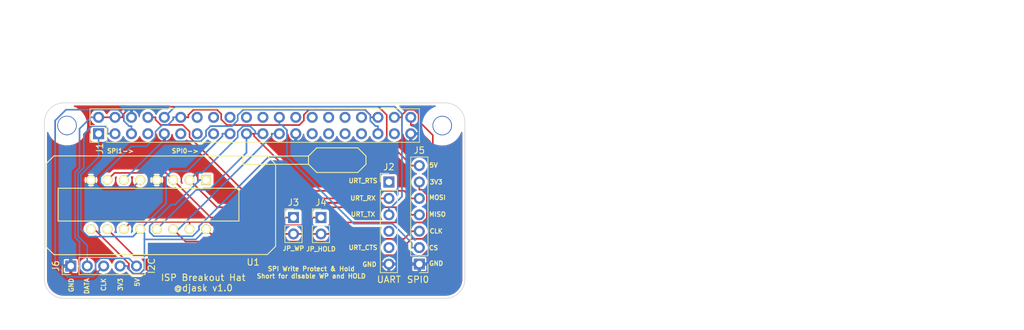
<source format=kicad_pcb>
(kicad_pcb (version 20211014) (generator pcbnew)
  (layers (0 "F.Cu" signal) (31 "B.Cu" signal) (34 "B.Paste" user) (35 "F.Paste" user) (36 "B.SilkS" user "B.Silkscreen") (37 "F.SilkS" user "F.Silkscreen") (38 "B.Mask" user) (39 "F.Mask" user) (44 "Edge.Cuts" user))
  (net 0 "")
  (net 1 "GND")
  (net 2 "+3V3")
  (net 3 "+5V")
  (net 19 "UART_RX")
  (net 20 "UART_TX")
  (net 21 "UART_RTS")
  (net 22 "UART_5V")
  (net 23 "UART_CTS")
  (net 24 "SPI_WP")
  (net 25 "SPI_HOLD")
  (net 26 "SPI1_CLK")
  (net 27 "SPI1_MOSI")
  (net 28 "SPI1_CS")
  (net 29 "SPI1_MISO")
  (net 30 "SPI0_CS")
  (net 31 "SPI0_CLK")
  (net 32 "SPI0_MISO")
  (net 33 "SPI0_MOSI")
  (net 34 "I2C_CLK")
  (net 35 "I2C_DATA")
  (footprint "Connector_PinHeader_2.54mm:PinHeader_2x20_P2.54mm_Vertical" (layer "F.Cu") (at 108.6236 64.5224 90)
    (fp_text reference "J1" (at -2.2776 0.1764 90) (layer "F.SilkS"))
    (fp_text value "GPIO")
    (fp_line (start 3.87 -1.33) (end 3.87 49.59) (layer "F.SilkS") (width 0.12))
    (fp_line (start -1.33 1.27) (end -1.33 49.59) (layer "F.SilkS") (width 0.12))
    (fp_line (start -1.33 1.27) (end 1.27 1.27) (layer "F.SilkS") (width 0.12))
    (fp_line (start 1.27 1.27) (end 1.27 -1.33) (layer "F.SilkS") (width 0.12))
    (fp_line (start -1.33 0) (end -1.33 -1.33) (layer "F.SilkS") (width 0.12))
    (fp_line (start -1.33 -1.33) (end 0 -1.33) (layer "F.SilkS") (width 0.12))
    (fp_line (start 1.27 -1.33) (end 3.87 -1.33) (layer "F.SilkS") (width 0.12))
    (fp_line (start -1.33 49.59) (end 3.87 49.59) (layer "F.SilkS") (width 0.12))
    (pad "1" thru_hole rect (at 0 0 90) (size 1.7 1.7) (drill 1) (layers *.Cu *.Mask) (net 2 "+3V3"))
    (pad "2" thru_hole oval (at 2.54 0 90) (size 1.7 1.7) (drill 1) (layers *.Cu *.Mask) (net 3 "+5V"))
    (pad "3" thru_hole oval (at 0 2.54 90) (size 1.7 1.7) (drill 1) (layers *.Cu *.Mask) (net 35 "I2C_DATA"))
    (pad "4" thru_hole oval (at 2.54 2.54 90) (size 1.7 1.7) (drill 1) (layers *.Cu *.Mask) (net 3 "+5V"))
    (pad "5" thru_hole oval (at 0 5.08 90) (size 1.7 1.7) (drill 1) (layers *.Cu *.Mask) (net 34 "I2C_CLK"))
    (pad "6" thru_hole oval (at 2.54 5.08 90) (size 1.7 1.7) (drill 1) (layers *.Cu *.Mask) (net 1 "GND"))
    (pad "7" thru_hole oval (at 0 7.62 90) (size 1.7 1.7) (drill 1) (layers *.Cu *.Mask))
    (pad "8" thru_hole oval (at 2.54 7.62 90) (size 1.7 1.7) (drill 1) (layers *.Cu *.Mask) (net 19 "UART_RX"))
    (pad "9" thru_hole oval (at 0 10.16 90) (size 1.7 1.7) (drill 1) (layers *.Cu *.Mask) (net 1 "GND"))
    (pad "10" thru_hole oval (at 2.54 10.16 90) (size 1.7 1.7) (drill 1) (layers *.Cu *.Mask) (net 20 "UART_TX"))
    (pad "11" thru_hole oval (at 0 12.7 90) (size 1.7 1.7) (drill 1) (layers *.Cu *.Mask))
    (pad "12" thru_hole oval (at 2.54 12.7 90) (size 1.7 1.7) (drill 1) (layers *.Cu *.Mask) (net 28 "SPI1_CS"))
    (pad "13" thru_hole oval (at 0 15.24 90) (size 1.7 1.7) (drill 1) (layers *.Cu *.Mask))
    (pad "14" thru_hole oval (at 2.54 15.24 90) (size 1.7 1.7) (drill 1) (layers *.Cu *.Mask) (net 1 "GND"))
    (pad "15" thru_hole oval (at 0 17.78 90) (size 1.7 1.7) (drill 1) (layers *.Cu *.Mask))
    (pad "16" thru_hole oval (at 2.54 17.78 90) (size 1.7 1.7) (drill 1) (layers *.Cu *.Mask))
    (pad "17" thru_hole oval (at 0 20.32 90) (size 1.7 1.7) (drill 1) (layers *.Cu *.Mask) (net 2 "+3V3"))
    (pad "18" thru_hole oval (at 2.54 20.32 90) (size 1.7 1.7) (drill 1) (layers *.Cu *.Mask))
    (pad "19" thru_hole oval (at 0 22.86 90) (size 1.7 1.7) (drill 1) (layers *.Cu *.Mask) (net 33 "SPI0_MOSI"))
    (pad "20" thru_hole oval (at 2.54 22.86 90) (size 1.7 1.7) (drill 1) (layers *.Cu *.Mask) (net 1 "GND"))
    (pad "21" thru_hole oval (at 0 25.4 90) (size 1.7 1.7) (drill 1) (layers *.Cu *.Mask) (net 32 "SPI0_MISO"))
    (pad "22" thru_hole oval (at 2.54 25.4 90) (size 1.7 1.7) (drill 1) (layers *.Cu *.Mask))
    (pad "23" thru_hole oval (at 0 27.94 90) (size 1.7 1.7) (drill 1) (layers *.Cu *.Mask) (net 31 "SPI0_CLK"))
    (pad "24" thru_hole oval (at 2.54 27.94 90) (size 1.7 1.7) (drill 1) (layers *.Cu *.Mask) (net 30 "SPI0_CS"))
    (pad "25" thru_hole oval (at 0 30.48 90) (size 1.7 1.7) (drill 1) (layers *.Cu *.Mask) (net 1 "GND"))
    (pad "26" thru_hole oval (at 2.54 30.48 90) (size 1.7 1.7) (drill 1) (layers *.Cu *.Mask))
    (pad "27" thru_hole oval (at 0 33.02 90) (size 1.7 1.7) (drill 1) (layers *.Cu *.Mask))
    (pad "28" thru_hole oval (at 2.54 33.02 90) (size 1.7 1.7) (drill 1) (layers *.Cu *.Mask))
    (pad "29" thru_hole oval (at 0 35.56 90) (size 1.7 1.7) (drill 1) (layers *.Cu *.Mask))
    (pad "30" thru_hole oval (at 2.54 35.56 90) (size 1.7 1.7) (drill 1) (layers *.Cu *.Mask) (net 1 "GND"))
    (pad "31" thru_hole oval (at 0 38.1 90) (size 1.7 1.7) (drill 1) (layers *.Cu *.Mask))
    (pad "32" thru_hole oval (at 2.54 38.1 90) (size 1.7 1.7) (drill 1) (layers *.Cu *.Mask))
    (pad "33" thru_hole oval (at 0 40.64 90) (size 1.7 1.7) (drill 1) (layers *.Cu *.Mask))
    (pad "34" thru_hole oval (at 2.54 40.64 90) (size 1.7 1.7) (drill 1) (layers *.Cu *.Mask) (net 1 "GND"))
    (pad "35" thru_hole oval (at 0 43.18 90) (size 1.7 1.7) (drill 1) (layers *.Cu *.Mask) (net 29 "SPI1_MISO"))
    (pad "36" thru_hole oval (at 2.54 43.18 90) (size 1.7 1.7) (drill 1) (layers *.Cu *.Mask) (net 28 "SPI1_CS"))
    (pad "37" thru_hole oval (at 0 45.72 90) (size 1.7 1.7) (drill 1) (layers *.Cu *.Mask))
    (pad "38" thru_hole oval (at 2.54 45.72 90) (size 1.7 1.7) (drill 1) (layers *.Cu *.Mask) (net 27 "SPI1_MOSI"))
    (pad "39" thru_hole oval (at 0 48.26 90) (size 1.7 1.7) (drill 1) (layers *.Cu *.Mask) (net 1 "GND"))
    (pad "40" thru_hole oval (at 2.54 48.26 90) (size 1.7 1.7) (drill 1) (layers *.Cu *.Mask) (net 26 "SPI1_CLK"))
  )
  (footprint "kicad_zif socket:216-3340" (layer "F.Cu") (at 113.8 75.5 180)
    (fp_text reference "U1" (at -18.7198 -8.9154) (layer "F.SilkS"))
    (fp_text value "216-3340")
    (fp_line (start -17.11 6.25) (end -17.11 7.52) (layer "F.SilkS") (width 0.15))
    (fp_line (start -27.27 6.25) (end -28.54 4.98) (layer "F.SilkS") (width 0.15))
    (fp_line (start 12.065 7.5438) (end -20.92 7.52) (layer "F.SilkS") (width 0.15))
    (fp_line (start -36.16 7.52) (end -34.89 8.79) (layer "F.SilkS") (width 0.15))
    (fp_line (start 13.37 6.25) (end 12.1 7.52) (layer "F.SilkS") (width 0.15))
    (fp_line (start -22.19 6.25) (end -22.19 -6.45) (layer "F.SilkS") (width 0.15))
    (fp_line (start -28.54 4.98) (end -34.89 4.98) (layer "F.SilkS") (width 0.15))
    (fp_line (start -16.51 2.54) (end 11.43 2.54) (layer "F.SilkS") (width 0.15))
    (fp_line (start -36.16 6.25) (end -36.16 7.52) (layer "F.SilkS") (width 0.15))
    (fp_line (start 11.43 -2.54) (end -16.51 -2.54) (layer "F.SilkS") (width 0.15))
    (fp_line (start -27.27 7.52) (end -20.92 7.52) (layer "F.SilkS") (width 0.15))
    (fp_line (start 12.1 -7.72) (end 13.37 -6.45) (layer "F.SilkS") (width 0.15))
    (fp_line (start -22.19 -6.45) (end -20.92 -7.72) (layer "F.SilkS") (width 0.15))
    (fp_line (start -27.27 6.25) (end -17.11 6.25) (layer "F.SilkS") (width 0.15))
    (fp_line (start 13.37 -6.45) (end 13.37 6.25) (layer "F.SilkS") (width 0.15))
    (fp_line (start -20.92 7.52) (end -22.19 6.25) (layer "F.SilkS") (width 0.15))
    (fp_line (start -34.89 4.98) (end -36.16 6.25) (layer "F.SilkS") (width 0.15))
    (fp_line (start -20.92 -7.72) (end 12.065 -7.747) (layer "F.SilkS") (width 0.15))
    (fp_line (start -16.51 -2.54) (end -16.51 2.54) (layer "F.SilkS") (width 0.15))
    (fp_line (start -34.89 8.79) (end -28.54 8.79) (layer "F.SilkS") (width 0.15))
    (fp_line (start 11.43 2.54) (end 11.43 -2.54) (layer "F.SilkS") (width 0.15))
    (fp_line (start -28.54 8.79) (end -27.27 7.52) (layer "F.SilkS") (width 0.15))
    (fp_line (start -27.27 7.52) (end -27.27 6.25) (layer "F.SilkS") (width 0.15))
    (pad "1" thru_hole rect locked (at -11.43 3.81 180) (size 1.524 1.524) (drill 1.016) (layers *.Cu *.Mask "F.SilkS") (net 30 "SPI0_CS"))
    (pad "2" thru_hole circle locked (at -8.89 3.81 180) (size 1.524 1.524) (drill 1.016) (layers *.Cu *.Mask "F.SilkS") (net 32 "SPI0_MISO"))
    (pad "3" thru_hole circle locked (at -6.35 3.81 180) (size 1.524 1.524) (drill 1.016) (layers *.Cu *.Mask "F.SilkS") (net 24 "SPI_WP"))
    (pad "4" thru_hole circle locked (at -3.81 3.81 180) (size 1.524 1.524) (drill 1.016) (layers *.Cu *.Mask "F.SilkS") (net 1 "GND"))
    (pad "5" thru_hole circle locked (at -1.27 3.81 180) (size 1.524 1.524) (drill 1.016) (layers *.Cu *.Mask "F.SilkS") (net 28 "SPI1_CS"))
    (pad "6" thru_hole circle locked (at 1.27 3.81 180) (size 1.524 1.524) (drill 1.016) (layers *.Cu *.Mask "F.SilkS") (net 29 "SPI1_MISO"))
    (pad "7" thru_hole circle locked (at 3.81 3.81 180) (size 1.524 1.524) (drill 1.016) (layers *.Cu *.Mask "F.SilkS") (net 24 "SPI_WP"))
    (pad "8" thru_hole circle locked (at 6.35 3.81 180) (size 1.524 1.524) (drill 1.016) (layers *.Cu *.Mask "F.SilkS") (net 1 "GND"))
    (pad "9" thru_hole circle locked (at 6.35 -3.81 180) (size 1.524 1.524) (drill 1.016) (layers *.Cu *.Mask "F.SilkS") (net 27 "SPI1_MOSI"))
    (pad "10" thru_hole circle locked (at 3.81 -3.81 180) (size 1.524 1.524) (drill 1.016) (layers *.Cu *.Mask "F.SilkS") (net 26 "SPI1_CLK"))
    (pad "11" thru_hole circle locked (at 1.27 -3.81 180) (size 1.524 1.524) (drill 1.016) (layers *.Cu *.Mask "F.SilkS") (net 25 "SPI_HOLD"))
    (pad "12" thru_hole circle locked (at -1.27 -3.81 180) (size 1.524 1.524) (drill 1.016) (layers *.Cu *.Mask "F.SilkS") (net 2 "+3V3"))
    (pad "13" thru_hole circle locked (at -3.81 -3.81 180) (size 1.524 1.524) (drill 1.016) (layers *.Cu *.Mask "F.SilkS") (net 33 "SPI0_MOSI"))
    (pad "14" thru_hole circle locked (at -6.35 -3.81 180) (size 1.524 1.524) (drill 1.016) (layers *.Cu *.Mask "F.SilkS") (net 31 "SPI0_CLK"))
    (pad "15" thru_hole circle locked (at -8.89 -3.81 180) (size 1.524 1.524) (drill 1.016) (layers *.Cu *.Mask "F.SilkS") (net 25 "SPI_HOLD"))
    (pad "16" thru_hole circle locked (at -11.43 -3.81 180) (size 1.524 1.524) (drill 1.016) (layers *.Cu *.Mask "F.SilkS") (net 2 "+3V3"))
  )
  (footprint "Connector_PinHeader_2.54mm:PinHeader_1x05_P2.54mm_Vertical" (layer "F.Cu") (at 104.325 85 90)
    (fp_text reference "J6" (at 0 -2.33 90) (layer "F.SilkS"))
    (fp_text value "I2C" (at 0 12.49 90) (layer "F.SilkS"))
    (fp_line (start -1.33 0) (end -1.33 -1.33) (layer "F.SilkS") (width 0.12))
    (fp_line (start -1.33 11.49) (end 1.33 11.49) (layer "F.SilkS") (width 0.12))
    (fp_line (start -1.33 -1.33) (end 0 -1.33) (layer "F.SilkS") (width 0.12))
    (fp_line (start 1.33 1.27) (end 1.33 11.49) (layer "F.SilkS") (width 0.12))
    (fp_line (start -1.33 1.27) (end -1.33 11.49) (layer "F.SilkS") (width 0.12))
    (fp_line (start -1.33 1.27) (end 1.33 1.27) (layer "F.SilkS") (width 0.12))
    (pad "1" thru_hole rect (at 0 0 90) (size 1.7 1.7) (drill 1) (layers *.Cu *.Mask) (net 1 "GND"))
    (pad "2" thru_hole oval (at 0 2.54 90) (size 1.7 1.7) (drill 1) (layers *.Cu *.Mask) (net 35 "I2C_DATA"))
    (pad "3" thru_hole oval (at 0 5.08 90) (size 1.7 1.7) (drill 1) (layers *.Cu *.Mask) (net 34 "I2C_CLK"))
    (pad "4" thru_hole oval (at 0 7.62 90) (size 1.7 1.7) (drill 1) (layers *.Cu *.Mask) (net 2 "+3V3"))
    (pad "5" thru_hole oval (at 0 10.16 90) (size 1.7 1.7) (drill 1) (layers *.Cu *.Mask) (net 3 "+5V"))
  )
  (footprint "project_footprints:NPTH_3mm_ID" (layer "F.Cu") (at 103.7436 63.2424)
    (fp_text reference "H1")
    (fp_text value "3mm_Mounting_Hole" hide)
    (pad "" np_thru_hole circle locked (at 0 0) (size 3 3) (drill 2.75) (layers *.Cu *.Mask) (clearance 1.6))
  )
  (footprint "Connector_PinHeader_2.54mm:PinHeader_1x07_P2.54mm_Vertical" (layer "F.Cu") (at 158.2 84.7 180)
    (fp_text reference "J5" (at 0 17.6) (layer "F.SilkS"))
    (fp_text value "SPI0" (at 0.2 -2.4) (layer "F.SilkS"))
    (fp_line (start -1.33 1.27) (end -1.33 16.57) (layer "F.SilkS") (width 0.12))
    (fp_line (start -1.33 -1.33) (end 0 -1.33) (layer "F.SilkS") (width 0.12))
    (fp_line (start -1.33 16.57) (end 1.33 16.57) (layer "F.SilkS") (width 0.12))
    (fp_line (start 1.33 1.27) (end 1.33 16.57) (layer "F.SilkS") (width 0.12))
    (fp_line (start -1.33 0) (end -1.33 -1.33) (layer "F.SilkS") (width 0.12))
    (fp_line (start -1.33 1.27) (end 1.33 1.27) (layer "F.SilkS") (width 0.12))
    (pad "1" thru_hole rect (at 0 0 180) (size 1.7 1.7) (drill 1) (layers *.Cu *.Mask) (net 1 "GND"))
    (pad "2" thru_hole oval (at 0 2.54 180) (size 1.7 1.7) (drill 1) (layers *.Cu *.Mask) (net 30 "SPI0_CS"))
    (pad "3" thru_hole oval (at 0 5.08 180) (size 1.7 1.7) (drill 1) (layers *.Cu *.Mask) (net 31 "SPI0_CLK"))
    (pad "4" thru_hole oval (at 0 7.62 180) (size 1.7 1.7) (drill 1) (layers *.Cu *.Mask) (net 32 "SPI0_MISO"))
    (pad "5" thru_hole oval (at 0 10.16 180) (size 1.7 1.7) (drill 1) (layers *.Cu *.Mask) (net 33 "SPI0_MOSI"))
    (pad "6" thru_hole oval (at 0 12.7 180) (size 1.7 1.7) (drill 1) (layers *.Cu *.Mask) (net 2 "+3V3"))
    (pad "7" thru_hole oval (at 0 15.24 180) (size 1.7 1.7) (drill 1) (layers *.Cu *.Mask) (net 3 "+5V"))
  )
  (footprint "Connector_PinHeader_2.54mm:PinHeader_1x02_P2.54mm_Vertical" (layer "F.Cu") (at 143 77.5)
    (fp_text reference "J4" (at 0 -2.33) (layer "F.SilkS"))
    (fp_text value "JP_HOLD" (at 0 4.87) (layer "F.SilkS") (effects (font (size 0.7 0.7))))
    (fp_line (start -1.33 0) (end -1.33 -1.33) (layer "F.SilkS") (width 0.12))
    (fp_line (start -1.33 1.27) (end 1.33 1.27) (layer "F.SilkS") (width 0.12))
    (fp_line (start 1.33 1.27) (end 1.33 3.87) (layer "F.SilkS") (width 0.12))
    (fp_line (start -1.33 3.87) (end 1.33 3.87) (layer "F.SilkS") (width 0.12))
    (fp_line (start -1.33 -1.33) (end 0 -1.33) (layer "F.SilkS") (width 0.12))
    (fp_line (start -1.33 1.27) (end -1.33 3.87) (layer "F.SilkS") (width 0.12))
    (pad "1" thru_hole rect (at 0 0) (size 1.7 1.7) (drill 1) (layers *.Cu *.Mask) (net 25 "SPI_HOLD"))
    (pad "2" thru_hole oval (at 0 2.54) (size 1.7 1.7) (drill 1) (layers *.Cu *.Mask) (net 2 "+3V3"))
  )
  (footprint "Connector_PinHeader_2.54mm:PinHeader_1x02_P2.54mm_Vertical" (layer "F.Cu") (at 138.75 77.5)
    (fp_text reference "J3" (at 0 -2.33) (layer "F.SilkS"))
    (fp_text value "JP_WP" (at 0 4.775) (layer "F.SilkS") (effects (font (size 0.7 0.7))))
    (fp_line (start -1.33 -1.33) (end 0 -1.33) (layer "F.SilkS") (width 0.12))
    (fp_line (start -1.33 1.27) (end -1.33 3.87) (layer "F.SilkS") (width 0.12))
    (fp_line (start 1.33 1.27) (end 1.33 3.87) (layer "F.SilkS") (width 0.12))
    (fp_line (start -1.33 1.27) (end 1.33 1.27) (layer "F.SilkS") (width 0.12))
    (fp_line (start -1.33 3.87) (end 1.33 3.87) (layer "F.SilkS") (width 0.12))
    (fp_line (start -1.33 0) (end -1.33 -1.33) (layer "F.SilkS") (width 0.12))
    (pad "1" thru_hole rect (at 0 0) (size 1.7 1.7) (drill 1) (layers *.Cu *.Mask) (net 24 "SPI_WP"))
    (pad "2" thru_hole oval (at 0 2.54) (size 1.7 1.7) (drill 1) (layers *.Cu *.Mask) (net 2 "+3V3"))
  )
  (footprint "project_footprints:NPTH_3mm_ID" (layer "F.Cu") (at 161.7436 63.2624)
    (fp_text reference "H2")
    (fp_text value "3mm_Mounting_Hole" hide)
    (pad "" np_thru_hole circle locked (at 0 0) (size 3 3) (drill 2.75) (layers *.Cu *.Mask) (clearance 1.6))
  )
  (footprint "Connector_PinHeader_2.54mm:PinHeader_1x06_P2.54mm_Vertical" (layer "F.Cu") (at 153.5 72)
    (fp_text reference "J2" (at 0 -2.33) (layer "F.SilkS"))
    (fp_text value "UART" (at 0 15.1) (layer "F.SilkS"))
    (fp_line (start -1.33 0) (end -1.33 -1.33) (layer "F.SilkS") (width 0.12))
    (fp_line (start -1.33 1.27) (end -1.33 14.03) (layer "F.SilkS") (width 0.12))
    (fp_line (start 1.33 1.27) (end 1.33 14.03) (layer "F.SilkS") (width 0.12))
    (fp_line (start -1.33 14.03) (end 1.33 14.03) (layer "F.SilkS") (width 0.12))
    (fp_line (start -1.33 -1.33) (end 0 -1.33) (layer "F.SilkS") (width 0.12))
    (fp_line (start -1.33 1.27) (end 1.33 1.27) (layer "F.SilkS") (width 0.12))
    (pad "1" thru_hole rect (at 0 0) (size 1.7 1.7) (drill 1) (layers *.Cu *.Mask) (net 21 "UART_RTS"))
    (pad "2" thru_hole oval (at 0 2.54) (size 1.7 1.7) (drill 1) (layers *.Cu *.Mask) (net 19 "UART_RX"))
    (pad "3" thru_hole oval (at 0 5.08) (size 1.7 1.7) (drill 1) (layers *.Cu *.Mask) (net 20 "UART_TX"))
    (pad "4" thru_hole oval (at 0 7.62) (size 1.7 1.7) (drill 1) (layers *.Cu *.Mask) (net 22 "UART_5V"))
    (pad "5" thru_hole oval (at 0 10.16) (size 1.7 1.7) (drill 1) (layers *.Cu *.Mask) (net 23 "UART_CTS"))
    (pad "6" thru_hole oval (at 0 12.7) (size 1.7 1.7) (drill 1) (layers *.Cu *.Mask) (net 1 "GND"))
  )
  (gr_arc (start 165.249995 87) (mid 164.370551 89.120553) (end 162.25 90) (layer "Edge.Cuts") (width 0.1))
  (gr_line (start 100.25 62.75) (end 100.25 87) (layer "Edge.Cuts") (width 0.1))
  (gr_arc (start 162.25 59.75) (mid 164.37132 60.62868) (end 165.25 62.75) (layer "Edge.Cuts") (width 0.1))
  (gr_line (start 162.25 59.75) (end 103.25 59.75) (layer "Edge.Cuts") (width 0.1))
  (gr_line (start 165.25 87) (end 165.25 62.75) (layer "Edge.Cuts") (width 0.1))
  (gr_line (start 103.25 90) (end 162.25 90) (layer "Edge.Cuts") (width 0.1))
  (gr_arc (start 100.25 62.75) (mid 101.12868 60.62868) (end 103.25 59.75) (layer "Edge.Cuts") (width 0.1))
  (gr_arc (start 103.25 90) (mid 101.12868 89.12132) (end 100.25 87) (layer "Edge.Cuts") (width 0.1))
  (gr_text "SPI Write Protect & Hold\nShort for disable WP and HOLD" (at 141.5 86) (layer "F.SilkS") (effects (font (size 0.7 0.7))))
  (gr_text "ISP Breakout Hat\n@djask v1.0" (at 124.8 87.6) (layer "F.SilkS") (effects (font (size 1 1))))
  (gr_text "MOSI" (at 161 74.4) (layer "F.SilkS") (effects (font (size 0.7 0.7))))
  (gr_text "CLK" (at 109.4 86.8 90) (layer "F.SilkS") (effects (font (size 0.7 0.7)) (justify right)))
  (gr_text "3V3" (at 160.8 72) (layer "F.SilkS") (effects (font (size 0.7 0.7))))
  (gr_text "SPI0->" (at 122 67.2) (layer "F.SilkS") (effects (font (size 0.7 0.7))))
  (gr_text "GND" (at 150.5 84.75) (layer "F.SilkS") (effects (font (size 0.7 0.7))))
  (gr_text "URT_CTS" (at 149.5 82.15) (layer "F.SilkS") (effects (font (size 0.7 0.7))))
  (gr_text "5V" (at 160.4 69.4) (layer "F.SilkS") (effects (font (size 0.7 0.7))))
  (gr_text "URT_RTS" (at 149.5 71.81) (layer "F.SilkS") (effects (font (size 0.7 0.7))))
  (gr_text "CS" (at 160.4 82.2) (layer "F.SilkS") (effects (font (size 0.7 0.7))))
  (gr_text "3V3" (at 112 86.8 90) (layer "F.SilkS") (effects (font (size 0.7 0.7)) (justify right)))
  (gr_text "CLK" (at 160.8 79.6) (layer "F.SilkS") (effects (font (size 0.7 0.7))))
  (gr_text "MISO\n" (at 161 77) (layer "F.SilkS") (effects (font (size 0.7 0.7))))
  (gr_text "URT_RX" (at 149.5 74.5) (layer "F.SilkS") (effects (font (size 0.7 0.7))))
  (gr_text "SPI1->" (at 112 67.2) (layer "F.SilkS") (effects (font (size 0.7 0.7))))
  (gr_text "GND\n" (at 160.8 84.6) (layer "F.SilkS") (effects (font (size 0.7 0.7))))
  (gr_text "5V" (at 114.6 86.8 90) (layer "F.SilkS") (effects (font (size 0.7 0.7)) (justify right)))
  (gr_text "URT_TX" (at 149.5 77) (layer "F.SilkS") (effects (font (size 0.7 0.7))))
  (gr_text "DATA" (at 106.8 86.8 90) (layer "F.SilkS") (effects (font (size 0.7 0.7)) (justify right)))
  (gr_text "GND" (at 104.4 86.8 90) (layer "F.SilkS") (effects (font (size 0.7 0.7)) (justify right)))
  (segment (start 158.2 72) (end 158.2 73.1753) (width 0.25) (layer "F.Cu") (net 2))
  (segment (start 144.1753 80.04) (end 145.9599 78.2554) (width 0.25) (layer "F.Cu") (net 2))
  (segment (start 125.96 80.04) (end 125.23 79.31) (width 0.25) (layer "F.Cu") (net 2))
  (segment (start 138.75 80.04) (end 125.96 80.04) (width 0.25) (layer "F.Cu") (net 2))
  (segment (start 145.9599 78.2554) (end 158.7052 78.2554) (width 0.25) (layer "F.Cu") (net 2))
  (segment (start 143 80.04) (end 144.1753 80.04) (width 0.25) (layer "F.Cu") (net 2))
  (segment (start 138.75 80.04) (end 143 80.04) (width 0.25) (layer "F.Cu") (net 2))
  (segment (start 159.3753 77.5853) (end 159.3753 73.9832) (width 0.25) (layer "F.Cu") (net 2))
  (segment (start 158.7052 78.2554) (end 159.3753 77.5853) (width 0.25) (layer "F.Cu") (net 2))
  (segment (start 159.3753 73.9832) (end 158.5674 73.1753) (width 0.25) (layer "F.Cu") (net 2))
  (segment (start 158.5674 73.1753) (end 158.2 73.1753) (width 0.25) (layer "F.Cu") (net 2))
  (segment (start 113.1203 85.3673) (end 113.9284 86.1754) (width 0.25) (layer "B.Cu") (net 2))
  (segment (start 128.9436 64.5224) (end 127.7683 64.5224) (width 0.25) (layer "B.Cu") (net 2))
  (segment (start 115.0277 86.1754) (end 115.7092 85.4939) (width 0.25) (layer "B.Cu") (net 2))
  (segment (start 127.7683 64.8897) (end 122.3447 70.3133) (width 0.25) (layer "B.Cu") (net 2))
  (segment (start 115.7092 80.8844) (end 115.7092 79.9492) (width 0.25) (layer "B.Cu") (net 2))
  (segment (start 122.3447 70.3133) (end 119.9294 70.3133) (width 0.25) (layer "B.Cu") (net 2))
  (segment (start 113.9284 86.1754) (end 115.0277 86.1754) (width 0.25) (layer "B.Cu") (net 2))
  (segment (start 108.6236 64.5224) (end 108.6236 68.1412) (width 0.25) (layer "B.Cu") (net 2))
  (segment (start 115.7092 79.9492) (end 115.07 79.31) (width 0.25) (layer "B.Cu") (net 2))
  (segment (start 115.7092 80.8844) (end 123.6556 80.8844) (width 0.25) (layer "B.Cu") (net 2))
  (segment (start 108.6236 68.1412) (end 105.8984 70.8664) (width 0.25) (layer "B.Cu") (net 2))
  (segment (start 111.945 85) (end 113.1203 85) (width 0.25) (layer "B.Cu") (net 2))
  (segment (start 119.0626 71.1801) (end 119.0626 75.3174) (width 0.25) (layer "B.Cu") (net 2))
  (segment (start 113.1203 85) (end 113.1203 85.3673) (width 0.25) (layer "B.Cu") (net 2))
  (segment (start 105.8984 70.8664) (end 105.8984 79.345) (width 0.25) (layer "B.Cu") (net 2))
  (segment (start 127.7683 64.5224) (end 127.7683 64.8897) (width 0.25) (layer "B.Cu") (net 2))
  (segment (start 115.7092 85.4939) (end 115.7092 80.8844) (width 0.25) (layer "B.Cu") (net 2))
  (segment (start 119.9294 70.3133) (end 119.0626 71.1801) (width 0.25) (layer "B.Cu") (net 2))
  (segment (start 107.0049 80.4515) (end 113.9285 80.4515) (width 0.25) (layer "B.Cu") (net 2))
  (segment (start 105.8984 79.345) (end 107.0049 80.4515) (width 0.25) (layer "B.Cu") (net 2))
  (segment (start 119.0626 75.3174) (end 115.07 79.31) (width 0.25) (layer "B.Cu") (net 2))
  (segment (start 123.6556 80.8844) (end 125.23 79.31) (width 0.25) (layer "B.Cu") (net 2))
  (segment (start 113.9285 80.4515) (end 115.07 79.31) (width 0.25) (layer "B.Cu") (net 2))
  (segment (start 158.2 69.46) (end 157.0247 69.46) (width 0.25) (layer "F.Cu") (net 3))
  (segment (start 157.0247 69.46) (end 153.1682 65.6035) (width 0.25) (layer "F.Cu") (net 3))
  (segment (start 113.6127 60.3413) (end 112.3389 61.6151) (width 0.25) (layer "F.Cu") (net 3))
  (segment (start 111.1636 61.9824) (end 112.3389 61.9824) (width 0.25) (layer "F.Cu") (net 3))
  (segment (start 153.1682 65.6035) (end 153.1682 61.6206) (width 0.25) (layer "F.Cu") (net 3))
  (segment (start 112.3389 61.6151) (end 112.3389 61.9824) (width 0.25) (layer "F.Cu") (net 3))
  (segment (start 153.1682 61.6206) (end 151.8889 60.3413) (width 0.25) (layer "F.Cu") (net 3))
  (segment (start 151.8889 60.3413) (end 113.6127 60.3413) (width 0.25) (layer "F.Cu") (net 3))
  (segment (start 111.1636 61.9824) (end 108.6236 61.9824) (width 0.25) (layer "F.Cu") (net 3))
  (segment (start 108.6236 61.9824) (end 107.4483 61.9824) (width 0.25) (layer "B.Cu") (net 3))
  (segment (start 106.3459 86.1754) (end 107.45 86.1754) (width 0.25) (layer "B.Cu") (net 3))
  (segment (start 105.6773 85.5068) (end 106.3459 86.1754) (width 0.25) (layer "B.Cu") (net 3))
  (segment (start 105.6773 69.8137) (end 104.9978 70.4932) (width 0.25) (layer "B.Cu") (net 3))
  (segment (start 105.6773 63.7534) (end 105.6773 69.8137) (width 0.25) (layer "B.Cu") (net 3))
  (segment (start 108.1566 85.4688) (end 108.1566 84.5742) (width 0.25) (layer "B.Cu") (net 3))
  (segment (start 107.45 86.1754) (end 108.1566 85.4688) (width 0.25) (layer "B.Cu") (net 3))
  (segment (start 113.2946 83.8096) (end 114.485 85) (width 0.25) (layer "B.Cu") (net 3))
  (segment (start 104.9978 80.5932) (end 105.6773 81.2727) (width 0.25) (layer "B.Cu") (net 3))
  (segment (start 108.9212 83.8096) (end 113.2946 83.8096) (width 0.25) (layer "B.Cu") (net 3))
  (segment (start 107.4483 61.9824) (end 105.6773 63.7534) (width 0.25) (layer "B.Cu") (net 3))
  (segment (start 108.1566 84.5742) (end 108.9212 83.8096) (width 0.25) (layer "B.Cu") (net 3))
  (segment (start 104.9978 70.4932) (end 104.9978 80.5932) (width 0.25) (layer "B.Cu") (net 3))
  (segment (start 105.6773 81.2727) (end 105.6773 85.5068) (width 0.25) (layer "B.Cu") (net 3))
  (segment (start 121.6473 63.1577) (end 118.2268 63.1577) (width 0.25) (layer "F.Cu") (net 19))
  (segment (start 118.2268 63.1577) (end 117.4189 62.3498) (width 0.25) (layer "F.Cu") (net 19))
  (segment (start 122.6882 64.1986) (end 121.6473 63.1577) (width 0.25) (layer "F.Cu") (net 19))
  (segment (start 153.5 74.54) (end 132.1779 74.54) (width 0.25) (layer "F.Cu") (net 19))
  (segment (start 132.1779 74.54) (end 122.6882 65.0503) (width 0.25) (layer "F.Cu") (net 19))
  (segment (start 117.4189 62.3498) (end 117.4189 61.9824) (width 0.25) (layer "F.Cu") (net 19))
  (segment (start 122.6882 65.0503) (end 122.6882 64.1986) (width 0.25) (layer "F.Cu") (net 19))
  (segment (start 116.2436 61.9824) (end 117.4189 61.9824) (width 0.25) (layer "F.Cu") (net 19))
  (segment (start 155.519 61.4542) (end 154.391 60.3262) (width 0.25) (layer "B.Cu") (net 20))
  (segment (start 153.8673 75.9047) (end 155.519 74.253) (width 0.25) (layer "B.Cu") (net 20))
  (segment (start 154.391 60.3262) (end 120.4398 60.3262) (width 0.25) (layer "B.Cu") (net 20))
  (segment (start 120.4398 60.3262) (end 118.7836 61.9824) (width 0.25) (layer "B.Cu") (net 20))
  (segment (start 155.519 74.253) (end 155.519 61.4542) (width 0.25) (layer "B.Cu") (net 20))
  (segment (start 153.5 77.08) (end 153.5 75.9047) (width 0.25) (layer "B.Cu") (net 20))
  (segment (start 153.5 75.9047) (end 153.8673 75.9047) (width 0.25) (layer "B.Cu") (net 20))
  (segment (start 109.99 71.69) (end 111.0893 70.5907) (width 0.25) (layer "F.Cu") (net 24))
  (segment (start 111.0893 70.5907) (end 119.0507 70.5907) (width 0.25) (layer "F.Cu") (net 24))
  (segment (start 138.75 77.5) (end 125.96 77.5) (width 0.25) (layer "F.Cu") (net 24))
  (segment (start 125.96 77.5) (end 120.15 71.69) (width 0.25) (layer "F.Cu") (net 24))
  (segment (start 119.0507 70.5907) (end 120.15 71.69) (width 0.25) (layer "F.Cu") (net 24))
  (segment (start 140.6286 78.6961) (end 126.2077 78.6961) (width 0.25) (layer "F.Cu") (net 25))
  (segment (start 125.6895 78.1779) (end 122.69 78.1779) (width 0.25) (layer "F.Cu") (net 25))
  (segment (start 141.8247 77.5) (end 140.6286 78.6961) (width 0.25) (layer "F.Cu") (net 25))
  (segment (start 113.6621 78.1779) (end 112.53 79.31) (width 0.25) (layer "F.Cu") (net 25))
  (segment (start 122.69 78.1779) (end 113.6621 78.1779) (width 0.25) (layer "F.Cu") (net 25))
  (segment (start 143 77.5) (end 141.8247 77.5) (width 0.25) (layer "F.Cu") (net 25))
  (segment (start 126.2077 78.6961) (end 125.6895 78.1779) (width 0.25) (layer "F.Cu") (net 25))
  (segment (start 122.69 78.1779) (end 122.69 79.31) (width 0.25) (layer "F.Cu") (net 25))
  (segment (start 156.9929 80.7954) (end 158.7635 80.7954) (width 0.25) (layer "F.Cu") (net 26))
  (segment (start 159.8331 65.7399) (end 157.2509 63.1577) (width 0.25) (layer "F.Cu") (net 26))
  (segment (start 154.4529 83.3354) (end 156.9929 80.7954) (width 0.25) (layer "F.Cu") (net 26))
  (segment (start 114.0154 83.3354) (end 154.4529 83.3354) (width 0.25) (layer "F.Cu") (net 26))
  (segment (start 158.7635 80.7954) (end 159.8331 79.7258) (width 0.25) (layer "F.Cu") (net 26))
  (segment (start 109.99 79.31) (end 114.0154 83.3354) (width 0.25) (layer "F.Cu") (net 26))
  (segment (start 156.8836 61.9824) (end 156.8836 63.1577) (width 0.25) (layer "F.Cu") (net 26))
  (segment (start 159.8331 79.7258) (end 159.8331 65.7399) (width 0.25) (layer "F.Cu") (net 26))
  (segment (start 157.2509 63.1577) (end 156.8836 63.1577) (width 0.25) (layer "F.Cu") (net 26))
  (segment (start 107.45 79.31) (end 107.9792 79.31) (width 0.25) (layer "F.Cu") (net 27))
  (segment (start 114.0493 86.2435) (end 153.66 86.2435) (width 0.25) (layer "F.Cu") (net 27))
  (segment (start 160.2867 81.7832) (end 160.2867 64.7464) (width 0.25) (layer "F.Cu") (net 27))
  (segment (start 155.5189 61.615) (end 155.5189 61.9824) (width 0.25) (layer "F.Cu") (net 27))
  (segment (start 107.9792 79.31) (end 113.3096 84.6404) (width 0.25) (layer "F.Cu") (net 27))
  (segment (start 156.3268 60.8071) (end 155.5189 61.615) (width 0.25) (layer "F.Cu") (net 27))
  (segment (start 158.0903 61.4766) (end 157.4208 60.8071) (width 0.25) (layer "F.Cu") (net 27))
  (segment (start 113.3096 85.5038) (end 114.0493 86.2435) (width 0.25) (layer "F.Cu") (net 27))
  (segment (start 157.4208 60.8071) (end 156.3268 60.8071) (width 0.25) (layer "F.Cu") (net 27))
  (segment (start 113.3096 84.6404) (end 113.3096 85.5038) (width 0.25) (layer "F.Cu") (net 27))
  (segment (start 156.4735 83.43) (end 158.6399 83.43) (width 0.25) (layer "F.Cu") (net 27))
  (segment (start 160.2867 64.7464) (end 158.0903 62.55) (width 0.25) (layer "F.Cu") (net 27))
  (segment (start 158.6399 83.43) (end 160.2867 81.7832) (width 0.25) (layer "F.Cu") (net 27))
  (segment (start 158.0903 62.55) (end 158.0903 61.4766) (width 0.25) (layer "F.Cu") (net 27))
  (segment (start 153.66 86.2435) (end 156.4735 83.43) (width 0.25) (layer "F.Cu") (net 27))
  (segment (start 154.3436 61.9824) (end 155.5189 61.9824) (width 0.25) (layer "F.Cu") (net 27))
  (segment (start 127.579 61.4652) (end 126.9209 60.8071) (width 0.25) (layer "F.Cu") (net 28))
  (segment (start 127.579 62.3115) (end 127.579 61.4652) (width 0.25) (layer "F.Cu") (net 28))
  (segment (start 123.3068 60.8071) (end 122.4989 61.615) (width 0.25) (layer "F.Cu") (net 28))
  (segment (start 122.4989 61.615) (end 122.4989 61.9824) (width 0.25) (layer "F.Cu") (net 28))
  (segment (start 139.643 63.1825) (end 128.45 63.1825) (width 0.25) (layer "F.Cu") (net 28))
  (segment (start 151.8036 61.9824) (end 150.6283 61.9824) (width 0.25) (layer "F.Cu") (net 28))
  (segment (start 126.9209 60.8071) (end 123.3068 60.8071) (width 0.25) (layer "F.Cu") (net 28))
  (segment (start 150.6283 61.6151) (end 149.8202 60.807) (width 0.25) (layer "F.Cu") (net 28))
  (segment (start 150.6283 61.9824) (end 150.6283 61.6151) (width 0.25) (layer "F.Cu") (net 28))
  (segment (start 140.356 62.4695) (end 139.643 63.1825) (width 0.25) (layer "F.Cu") (net 28))
  (segment (start 149.8202 60.807) (end 141.1338 60.807) (width 0.25) (layer "F.Cu") (net 28))
  (segment (start 121.3236 61.9824) (end 122.4989 61.9824) (width 0.25) (layer "F.Cu") (net 28))
  (segment (start 140.356 61.5848) (end 140.356 62.4695) (width 0.25) (layer "F.Cu") (net 28))
  (segment (start 128.45 63.1825) (end 127.579 62.3115) (width 0.25) (layer "F.Cu") (net 28))
  (segment (start 141.1338 60.807) (end 140.356 61.5848) (width 0.25) (layer "F.Cu") (net 28))
  (segment (start 117.419 64.1867) (end 118.448 63.1577) (width 0.25) (layer "B.Cu") (net 28))
  (segment (start 118.448 63.1577) (end 119.3404 63.1577) (width 0.25) (layer "B.Cu") (net 28))
  (segment (start 116.0301 66.4682) (end 117.419 65.0793) (width 0.25) (layer "B.Cu") (net 28))
  (segment (start 108.9027 71.2396) (end 113.6741 66.4682) (width 0.25) (layer "B.Cu") (net 28))
  (segment (start 109.5397 72.7774) (end 108.9027 72.1404) (width 0.25) (layer "B.Cu") (net 28))
  (segment (start 113.6741 66.4682) (end 116.0301 66.4682) (width 0.25) (layer "B.Cu") (net 28))
  (segment (start 119.3404 63.1577) (end 120.1483 62.3498) (width 0.25) (layer "B.Cu") (net 28))
  (segment (start 117.419 65.0793) (end 117.419 64.1867) (width 0.25) (layer "B.Cu") (net 28))
  (segment (start 121.3236 61.9824) (end 120.1483 61.9824) (width 0.25) (layer "B.Cu") (net 28))
  (segment (start 108.9027 72.1404) (end 108.9027 71.2396) (width 0.25) (layer "B.Cu") (net 28))
  (segment (start 113.9826 72.7774) (end 109.5397 72.7774) (width 0.25) (layer "B.Cu") (net 28))
  (segment (start 115.07 71.69) (end 113.9826 72.7774) (width 0.25) (layer "B.Cu") (net 28))
  (segment (start 120.1483 62.3498) (end 120.1483 61.9824) (width 0.25) (layer "B.Cu") (net 28))
  (segment (start 125.9167 63.3471) (end 129.2411 63.3471) (width 0.25) (layer "B.Cu") (net 29))
  (segment (start 150.6283 62.5392) (end 151.4362 63.3471) (width 0.25) (layer "B.Cu") (net 29))
  (segment (start 150.6283 61.6618) (end 150.6283 62.5392) (width 0.25) (layer "B.Cu") (net 29))
  (segment (start 151.4362 63.3471) (end 151.8036 63.3471) (width 0.25) (layer "B.Cu") (net 29))
  (segment (start 130.1189 61.6637) (end 130.9755 60.8071) (width 0.25) (layer "B.Cu") (net 29))
  (segment (start 130.1189 62.4693) (end 130.1189 61.6637) (width 0.25) (layer "B.Cu") (net 29))
  (segment (start 112.53 71.69) (end 118.5223 65.6977) (width 0.25) (layer "B.Cu") (net 29))
  (segment (start 130.9755 60.8071) (end 149.7736 60.8071) (width 0.25) (layer "B.Cu") (net 29))
  (segment (start 118.5223 65.6977) (end 124.4184 65.6977) (width 0.25) (layer "B.Cu") (net 29))
  (segment (start 151.8036 64.5224) (end 151.8036 63.3471) (width 0.25) (layer "B.Cu") (net 29))
  (segment (start 124.4184 65.6977) (end 125.2283 64.8878) (width 0.25) (layer "B.Cu") (net 29))
  (segment (start 125.2283 64.0355) (end 125.9167 63.3471) (width 0.25) (layer "B.Cu") (net 29))
  (segment (start 129.2411 63.3471) (end 130.1189 62.4693) (width 0.25) (layer "B.Cu") (net 29))
  (segment (start 125.2283 64.8878) (end 125.2283 64.0355) (width 0.25) (layer "B.Cu") (net 29))
  (segment (start 149.7736 60.8071) (end 150.6283 61.6618) (width 0.25) (layer "B.Cu") (net 29))
  (segment (start 125.23 71.69) (end 124.1427 71.69) (width 0.25) (layer "B.Cu") (net 30))
  (segment (start 124.1427 71.69) (end 124.1427 71.8026) (width 0.25) (layer "B.Cu") (net 30))
  (segment (start 154.0439 78.4446) (end 157.0247 81.4254) (width 0.25) (layer "B.Cu") (net 30))
  (segment (start 124.1427 71.8026) (end 120.4453 75.5) (width 0.25) (layer "B.Cu") (net 30))
  (segment (start 116.5124 78.8235) (end 116.5124 79.752) (width 0.25) (layer "B.Cu") (net 30))
  (segment (start 148.0719 78.4446) (end 154.0439 78.4446) (width 0.25) (layer "B.Cu") (net 30))
  (segment (start 157.0247 81.4254) (end 157.0247 82.16) (width 0.25) (layer "B.Cu") (net 30))
  (segment (start 117.1578 80.3974) (end 123.143 80.3974) (width 0.25) (layer "B.Cu") (net 30))
  (segment (start 119.8359 75.5) (end 116.5124 78.8235) (width 0.25) (layer "B.Cu") (net 30))
  (segment (start 136.931 63.1577) (end 136.5636 63.1577) (width 0.25) (layer "B.Cu") (net 30))
  (segment (start 116.5124 79.752) (end 117.1578 80.3974) (width 0.25) (layer "B.Cu") (net 30))
  (segment (start 134.8887 68.1116) (end 137.7389 68.1116) (width 0.25) (layer "B.Cu") (net 30))
  (segment (start 136.5636 61.9824) (end 136.5636 63.1577) (width 0.25) (layer "B.Cu") (net 30))
  (segment (start 124.1426 79.3978) (end 124.1426 78.8577) (width 0.25) (layer "B.Cu") (net 30))
  (segment (start 120.4453 75.5) (end 119.8359 75.5) (width 0.25) (layer "B.Cu") (net 30))
  (segment (start 137.7389 63.9656) (end 136.931 63.1577) (width 0.25) (layer "B.Cu") (net 30))
  (segment (start 158.2 82.16) (end 157.0247 82.16) (width 0.25) (layer "B.Cu") (net 30))
  (segment (start 137.7389 68.1116) (end 148.0719 78.4446) (width 0.25) (layer "B.Cu") (net 30))
  (segment (start 123.143 80.3974) (end 124.1426 79.3978) (width 0.25) (layer "B.Cu") (net 30))
  (segment (start 137.7389 68.1116) (end 137.7389 63.9656) (width 0.25) (layer "B.Cu") (net 30))
  (segment (start 124.1426 78.8577) (end 134.8887 68.1116) (width 0.25) (layer "B.Cu") (net 30))
  (segment (start 158.2 79.62) (end 157.0247 79.62) (width 0.25) (layer "F.Cu") (net 31))
  (segment (start 155.8494 80.7953) (end 146.5325 80.7953) (width 0.25) (layer "F.Cu") (net 31))
  (segment (start 157.0247 79.62) (end 155.8494 80.7953) (width 0.25) (layer "F.Cu") (net 31))
  (segment (start 146.5325 80.7953) (end 146.1045 81.2233) (width 0.25) (layer "F.Cu") (net 31))
  (segment (start 146.1045 81.2233) (end 122.0633 81.2233) (width 0.25) (layer "F.Cu") (net 31))
  (segment (start 122.0633 81.2233) (end 120.15 79.31) (width 0.25) (layer "F.Cu") (net 31))
  (segment (start 120.9681 79.31) (end 135.3883 64.8898) (width 0.25) (layer "B.Cu") (net 31))
  (segment (start 135.3883 64.8898) (end 135.3883 64.5224) (width 0.25) (layer "B.Cu") (net 31))
  (segment (start 136.5636 64.5224) (end 135.3883 64.5224) (width 0.25) (layer "B.Cu") (net 31))
  (segment (start 120.15 79.31) (end 120.9681 79.31) (width 0.25) (layer "B.Cu") (net 31))
  (segment (start 155.8494 75.9047) (end 126.9047 75.9047) (width 0.25) (layer "F.Cu") (net 32))
  (segment (start 158.2 77.08) (end 157.0247 77.08) (width 0.25) (layer "F.Cu") (net 32))
  (segment (start 157.0247 77.08) (end 155.8494 75.9047) (width 0.25) (layer "F.Cu") (net 32))
  (segment (start 126.9047 75.9047) (end 122.69 71.69) (width 0.25) (layer "F.Cu") (net 32))
  (segment (start 130.9826 63.3454) (end 130.119 64.209) (width 0.25) (layer "B.Cu") (net 32))
  (segment (start 130.119 65.0768) (end 124.6254 70.5704) (width 0.25) (layer "B.Cu") (net 32))
  (segment (start 130.119 64.209) (end 130.119 65.0768) (width 0.25) (layer "B.Cu") (net 32))
  (segment (start 123.8096 70.5704) (end 122.69 71.69) (width 0.25) (layer "B.Cu") (net 32))
  (segment (start 124.6254 70.5704) (end 123.8096 70.5704) (width 0.25) (layer "B.Cu") (net 32))
  (segment (start 132.8483 64.1551) (end 132.0386 63.3454) (width 0.25) (layer "B.Cu") (net 32))
  (segment (start 132.0386 63.3454) (end 130.9826 63.3454) (width 0.25) (layer "B.Cu") (net 32))
  (segment (start 132.8483 64.5224) (end 132.8483 64.1551) (width 0.25) (layer "B.Cu") (net 32))
  (segment (start 134.0236 64.5224) (end 132.8483 64.5224) (width 0.25) (layer "B.Cu") (net 32))
  (segment (start 132.6589 64.8897) (end 132.6589 64.5224) (width 0.25) (layer "F.Cu") (net 33))
  (segment (start 141.1339 73.3647) (end 132.6589 64.8897) (width 0.25) (layer "F.Cu") (net 33))
  (segment (start 131.4836 64.5224) (end 132.6589 64.5224) (width 0.25) (layer "F.Cu") (net 33))
  (segment (start 155.8494 73.3647) (end 141.1339 73.3647) (width 0.25) (layer "F.Cu") (net 33))
  (segment (start 157.0247 74.54) (end 155.8494 73.3647) (width 0.25) (layer "F.Cu") (net 33))
  (segment (start 158.2 74.54) (end 157.0247 74.54) (width 0.25) (layer "F.Cu") (net 33))
  (segment (start 131.4836 67.4569) (end 131.4836 64.5224) (width 0.25) (layer "B.Cu") (net 33))
  (segment (start 123.7101 73.2099) (end 125.7306 73.2099) (width 0.25) (layer "B.Cu") (net 33))
  (segment (start 117.61 79.31) (end 123.7101 73.2099) (width 0.25) (layer "B.Cu") (net 33))
  (segment (start 125.7306 73.2099) (end 131.4836 67.4569) (width 0.25) (layer "B.Cu") (net 33))
  (segment (start 107.738 86.667) (end 103.8225 86.667) (width 0.25) (layer "B.Cu") (net 34))
  (segment (start 111.6781 60.801) (end 112.5283 61.6512) (width 0.25) (layer "B.Cu") (net 34))
  (segment (start 112.5283 62.5392) (end 113.3362 63.3471) (width 0.25) (layer "B.Cu") (net 34))
  (segment (start 109.405 85) (end 107.738 86.667) (width 0.25) (layer "B.Cu") (net 34))
  (segment (start 113.3362 63.3471) (end 113.7036 63.3471) (width 0.25) (layer "B.Cu") (net 34))
  (segment (start 101.9049 62.4914) (end 103.5953 60.801) (width 0.25) (layer "B.Cu") (net 34))
  (segment (start 112.5283 61.6512) (end 112.5283 62.5392) (width 0.25) (layer "B.Cu") (net 34))
  (segment (start 101.9049 84.7494) (end 101.9049 62.4914) (width 0.25) (layer "B.Cu") (net 34))
  (segment (start 103.8225 86.667) (end 101.9049 84.7494) (width 0.25) (layer "B.Cu") (net 34))
  (segment (start 113.7036 64.5224) (end 113.7036 63.3471) (width 0.25) (layer "B.Cu") (net 34))
  (segment (start 103.5953 60.801) (end 111.6781 60.801) (width 0.25) (layer "B.Cu") (net 34))
  (segment (start 105.4481 70.6798) (end 105.4481 80.4065) (width 0.25) (layer "B.Cu") (net 35))
  (segment (start 106.3487 69.7792) (end 105.4481 70.6798) (width 0.25) (layer "B.Cu") (net 35))
  (segment (start 106.3487 64.5868) (end 106.3487 69.7792) (width 0.25) (layer "B.Cu") (net 35))
  (segment (start 109.9883 63.7144) (end 109.6209 63.347) (width 0.25) (layer "B.Cu") (net 35))
  (segment (start 105.4481 80.4065) (end 106.865 81.8234) (width 0.25) (layer "B.Cu") (net 35))
  (segment (start 109.6209 63.347) (end 107.5885 63.347) (width 0.25) (layer "B.Cu") (net 35))
  (segment (start 106.865 85) (end 106.865 83.8247) (width 0.25) (layer "B.Cu") (net 35))
  (segment (start 106.865 81.8234) (end 106.865 83.8247) (width 0.25) (layer "B.Cu") (net 35))
  (segment (start 111.1636 64.5224) (end 109.9883 64.5224) (width 0.25) (layer "B.Cu") (net 35))
  (segment (start 109.9883 64.5224) (end 109.9883 63.7144) (width 0.25) (layer "B.Cu") (net 35))
  (segment (start 107.5885 63.347) (end 106.3487 64.5868) (width 0.25) (layer "B.Cu") (net 35))
  (zone (net 1) (net_name "GND") (layers F&B.Cu) (connect_pads (clearance 0.4)) (min_thickness 0.2) (fill yes (thermal_gap 0.25) (thermal_bridge_width 0.508))
    (polygon (pts (xy 167.2 91) (xy 98.6 91) (xy 98.6 58.4) (xy 167.2 58.4)))
  )
)
</source>
